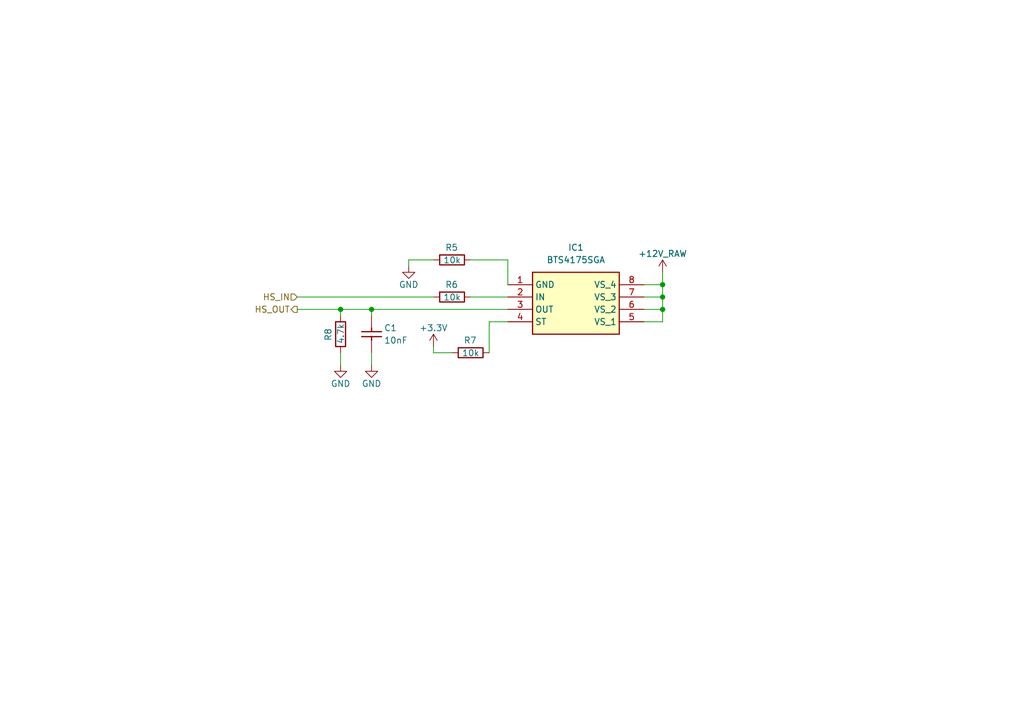
<source format=kicad_sch>
(kicad_sch (version 20230121) (generator eeschema)
  (paper "A5")
  (lib_symbols
    (symbol "BTS4175SGA:BTS4175SGA"
      (property "Reference" "IC" (at 24.13 7.62 0))
      (property "Value" "BTS4175SGA" (at 24.13 5.08 0))
      (symbol "BTS4175SGA_1_1"
        (rectangle (start 5.08 2.54) (end 22.86 -10.16) (stroke (width 0.254)) (fill (type background)))
        (pin passive line (at 0 0 0) (length 5.08) (name "GND") (number "1"))
        (pin passive line (at 0 -2.54 0) (length 5.08) (name "IN") (number "2"))
        (pin passive line (at 0 -5.08 0) (length 5.08) (name "OUT") (number "3"))
        (pin passive line (at 0 -7.62 0) (length 5.08) (name "ST") (number "4"))
        (pin passive line (at 27.94 -7.62 180) (length 5.08) (name "VS_1") (number "5"))
        (pin passive line (at 27.94 -5.08 180) (length 5.08) (name "VS_2") (number "6"))
        (pin passive line (at 27.94 -2.54 180) (length 5.08) (name "VS_3") (number "7"))
        (pin passive line (at 27.94 0 180) (length 5.08) (name "VS_4") (number "8"))
      )
    )
    (symbol "Device:R" (pin_numbers hide) (pin_names (offset 0))
      (property "Reference" "R" (at 2.032 0 90))
      (property "Value" "R" (at 0 0 90))
      (symbol "R_0_1"
        (rectangle (start -1.016 -2.54) (end 1.016 2.54) (stroke (width 0.254)))
      )
      (symbol "R_1_1"
        (pin passive line (at 0 3.81 270) (length 1.27) (name "~") (number "1"))
        (pin passive line (at 0 -3.81 90) (length 1.27) (name "~") (number "2"))
      )
    )
    (symbol "misc:+12V_RAW" (power) (pin_names (offset 0))
      (property "Value" "+12V_RAW" (at 0 3.556 0))
      (symbol "+12V_RAW_0_1"
        (polyline (pts (xy -0.762 1.27) (xy 0 2.54)))
        (polyline (pts (xy 0 0) (xy 0 2.54)))
        (polyline (pts (xy 0 2.54) (xy 0.762 1.27)))
      )
      (symbol "+12V_RAW_1_1"
        (pin power_in line (at 0 0 90) (length 0) hide (name "+12V_RAW") (number "1"))
      )
    )
    (symbol "misc:Cap" (pin_numbers hide)
      (property "Reference" "C" (at -3.81 2.54 0))
      (property "Value" "Cap" (at -2.54 -1.27 0))
      (symbol "Cap_1_0"
        (polyline (pts (xy -1.27 0) (xy -0.508 0)) (stroke (width 0.254)))
        (polyline (pts (xy -0.508 -2.032) (xy -0.508 2.032)) (stroke (width 0.254)))
        (polyline (pts (xy 0.508 2.032) (xy 0.508 -2.032)) (stroke (width 0.254)))
        (polyline (pts (xy 1.27 0) (xy 0.508 0)) (stroke (width 0.254)))
        (pin passive line (at -3.81 0 0) (length 2.54) (name "") (number "1"))
        (pin passive line (at 3.81 0 180) (length 2.54) (name "") (number "2"))
      )
    )
    (symbol "power:+3.3V" (power) (pin_names (offset 0))
      (property "Value" "+3.3V" (at 0 3.556 0))
      (symbol "+3.3V_0_1"
        (polyline (pts (xy -0.762 1.27) (xy 0 2.54)))
        (polyline (pts (xy 0 0) (xy 0 2.54)))
        (polyline (pts (xy 0 2.54) (xy 0.762 1.27)))
      )
      (symbol "+3.3V_1_1"
        (pin power_in line (at 0 0 90) (length 0) hide (name "+3.3V") (number "1"))
      )
    )
    (symbol "power:GND" (power) (pin_names (offset 0))
      (property "Value" "GND" (at 0 -3.81 0))
      (symbol "GND_0_1"
        (polyline (pts (xy 0 0) (xy 0 -1.27) (xy 1.27 -1.27) (xy 0 -2.54) (xy -1.27 -1.27) (xy 0 -1.27)))
      )
      (symbol "GND_1_1"
        (pin power_in line (at 0 0 270) (length 0) hide (name "GND") (number "1"))
      )
    )
  )
  (junction (at 69.85 63.5))
  (junction (at 135.89 63.5))
  (junction (at 135.89 58.42))
  (junction (at 135.89 60.96))
  (junction (at 76.2 63.5))
  (wire (pts (xy 132.08 63.5) (xy 135.89 63.5)))
  (wire (pts (xy 88.9 72.39) (xy 88.9 71.12)))
  (wire (pts (xy 135.89 58.42) (xy 135.89 55.88)))
  (wire (pts (xy 135.89 66.04) (xy 135.89 63.5)))
  (wire (pts (xy 104.14 66.04) (xy 100.33 66.04)))
  (wire (pts (xy 92.71 72.39) (xy 88.9 72.39)))
  (wire (pts (xy 60.96 60.96) (xy 88.9 60.96)))
  (wire (pts (xy 96.52 60.96) (xy 104.14 60.96)))
  (wire (pts (xy 60.96 63.5) (xy 69.85 63.5)))
  (wire (pts (xy 135.89 63.5) (xy 135.89 60.96)))
  (wire (pts (xy 83.82 53.34) (xy 83.82 54.61)))
  (wire (pts (xy 132.08 58.42) (xy 135.89 58.42)))
  (wire (pts (xy 76.2 72.39) (xy 76.2 74.93)))
  (wire (pts (xy 132.08 66.04) (xy 135.89 66.04)))
  (wire (pts (xy 83.82 53.34) (xy 88.9 53.34)))
  (wire (pts (xy 76.2 64.77) (xy 76.2 63.5)))
  (wire (pts (xy 69.85 64.77) (xy 69.85 63.5)))
  (wire (pts (xy 104.14 53.34) (xy 104.14 58.42)))
  (wire (pts (xy 69.85 72.39) (xy 69.85 74.93)))
  (wire (pts (xy 76.2 63.5) (xy 104.14 63.5)))
  (wire (pts (xy 135.89 60.96) (xy 135.89 58.42)))
  (wire (pts (xy 69.85 63.5) (xy 76.2 63.5)))
  (wire (pts (xy 100.33 66.04) (xy 100.33 72.39)))
  (wire (pts (xy 132.08 60.96) (xy 135.89 60.96)))
  (wire (pts (xy 96.52 53.34) (xy 104.14 53.34)))
  (hierarchical_label "HS_IN" (shape input) (at 60.96 60.96 180))
  (hierarchical_label "HS_OUT" (shape output) (at 60.96 63.5 180))
  (symbol (lib_id "power:GND") (at 69.85 74.93 0) (unit 1)
    (property "Reference" "#PWR09" (effects hide))
    (property "Value" "GND" (at 69.85 78.74 0))
  )
  (symbol (lib_id "misc:Cap") (at 76.2 68.58 90) (unit 1)
    (property "Reference" "C1" (at 78.74 67.31 90) (effects (justify right)))
    (property "Value" "10nF" (at 78.74 69.85 90) (effects (justify right)))
    (property "Footprint" "Hellen:C0603" (effects hide))
    (property "LCSC" "C57112" (effects hide))
  )
  (symbol (lib_id "Device:R") (at 96.52 72.39 90) (unit 1)
    (property "Reference" "R7" (at 97.79 69.85 90) (effects (justify left)))
    (property "Value" "10k" (at 98.3742 72.4408 90) (effects (justify left)))
    (property "Footprint" "Hellen:R0603" (effects hide))
    (property "LCSC" "C25744" (effects hide))
  )
  (symbol (lib_id "Device:R") (at 92.71 60.96 90) (unit 1)
    (property "Reference" "R6" (at 93.98 58.42 90) (effects (justify left)))
    (property "Value" "10k" (at 94.5642 61.0108 90) (effects (justify left)))
    (property "Footprint" "Hellen:R0603" (effects hide))
    (property "LCSC" "C25744" (effects hide))
  )
  (symbol (lib_id "Device:R") (at 92.71 53.34 90) (unit 1)
    (property "Reference" "R5" (at 93.98 50.8 90) (effects (justify left)))
    (property "Value" "10k" (at 94.5642 53.3908 90) (effects (justify left)))
    (property "Footprint" "Hellen:R0603" (effects hide))
    (property "LCSC" "C25744" (effects hide))
  )
  (symbol (lib_id "power:GND") (at 76.2 74.93 0) (unit 1)
    (property "Reference" "#PWR010" (effects hide))
    (property "Value" "GND" (at 76.2 78.74 0))
  )
  (symbol (lib_id "power:+3.3V") (at 88.9 71.12 0) (unit 1)
    (property "Reference" "#PWR08" (effects hide))
    (property "Value" "+3.3V" (at 88.9 67.31 0))
  )
  (symbol (lib_id "misc:+12V_RAW") (at 135.89 55.88 0) (unit 1)
    (property "Reference" "#PWR07" (effects hide))
    (property "Value" "+12V_RAW" (at 135.89 52.07 0))
  )
  (symbol (lib_id "Device:R") (at 69.85 68.58 180) (unit 1)
    (property "Reference" "R8" (at 67.31 67.31 90) (effects (justify left)))
    (property "Value" "4.7k" (at 69.9008 66.3448 90) (effects (justify left)))
    (property "Footprint" "Hellen:R0603" (effects hide))
    (property "LCSC" "C23162" (effects hide))
  )
  (symbol (lib_id "BTS4175SGA:BTS4175SGA") (at 104.14 58.42 0) (unit 1)
    (property "Reference" "IC1" (at 118.11 50.8 0))
    (property "Value" "BTS4175SGA" (at 118.11 53.34 0))
    (property "Footprint" "Hellen:SOIC127P600X175-8N" (effects hide))
    (property "Datasheet" "https://www.infineon.com/dgdl/Infineon-BTS4175SGA-DS-v01_00-EN.pdf?fileId=5546d4625a888733015aa9b05f003606" (effects hide))
    (property "Height" "1.75" (effects hide))
    (property "Mouser Part Number" "726-BTS4175SGA" (effects hide))
    (property "Mouser Price/Stock" "https://www.mouser.co.uk/ProductDetail/Infineon-Technologies/BTS4175SGA?qs=mzcOS1kGbgf2%2F%252Bl0Ty5%2F1w%3D%3D" (effects hide))
    (property "Manufacturer_Name" "Infineon" (effects hide))
    (property "Manufacturer_Part_Number" "BTS4175SGA" (effects hide))
    (property "LCSC" "C152451" (effects hide))
  )
  (symbol (lib_id "power:GND") (at 83.82 54.61 0) (unit 1)
    (property "Reference" "#PWR011" (effects hide))
    (property "Value" "GND" (at 83.82 58.42 0))
  )
)
</source>
